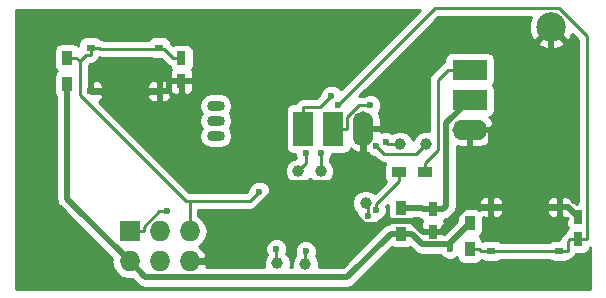
<source format=gbl>
G04 #@! TF.FileFunction,Copper,L2,Bot,Signal*
%FSLAX46Y46*%
G04 Gerber Fmt 4.6, Leading zero omitted, Abs format (unit mm)*
G04 Created by KiCad (PCBNEW 0.201507042246+5884~23~ubuntu14.04.1-product) date Wed 08 Jul 2015 10:22:00 AM CEST*
%MOMM*%
G01*
G04 APERTURE LIST*
%ADD10C,0.100000*%
%ADD11R,1.200000X0.900000*%
%ADD12R,0.900000X1.200000*%
%ADD13O,3.000000X1.727200*%
%ADD14R,3.000000X1.727200*%
%ADD15C,1.000000*%
%ADD16R,0.750000X1.200000*%
%ADD17R,1.727200X1.727200*%
%ADD18O,1.727200X1.727200*%
%ADD19O,1.727200X3.000000*%
%ADD20R,1.727200X3.000000*%
%ADD21R,0.800000X0.600000*%
%ADD22O,1.501140X0.899160*%
%ADD23C,2.499360*%
%ADD24C,0.600000*%
%ADD25C,0.500000*%
%ADD26C,0.250000*%
%ADD27C,0.254000*%
G04 APERTURE END LIST*
D10*
D11*
X140300000Y-134400000D03*
X138100000Y-134400000D03*
D12*
X138300000Y-137400000D03*
X138300000Y-139600000D03*
X110000000Y-126900000D03*
X110000000Y-124700000D03*
D13*
X144100000Y-130800000D03*
D14*
X144100000Y-128260000D03*
X144100000Y-125720000D03*
D15*
X138200000Y-132000000D03*
X140400000Y-132000000D03*
X130200000Y-142200000D03*
X127800000Y-142100000D03*
D16*
X153300000Y-138150000D03*
X153300000Y-140050000D03*
X141000000Y-137550000D03*
X141000000Y-139450000D03*
X119700000Y-124750000D03*
X119700000Y-126650000D03*
D12*
X144100000Y-138700000D03*
X144100000Y-140900000D03*
D15*
X135300000Y-137000000D03*
X131500000Y-134300000D03*
X129600000Y-134300000D03*
D17*
X115300000Y-139400000D03*
D18*
X115300000Y-141940000D03*
X117840000Y-139400000D03*
X117840000Y-141940000D03*
X120380000Y-139400000D03*
X120380000Y-141940000D03*
D19*
X135100000Y-130700000D03*
D20*
X132560000Y-130700000D03*
X130020000Y-130700000D03*
D21*
X151700000Y-137350000D03*
X145900000Y-137350000D03*
X151700000Y-141050000D03*
X145900000Y-141050000D03*
X117800000Y-123850000D03*
X112000000Y-123850000D03*
X117800000Y-127550000D03*
X112000000Y-127550000D03*
D22*
X122600000Y-130030000D03*
X122600000Y-128760000D03*
X122600000Y-131300000D03*
D23*
X151000000Y-122100000D03*
D24*
X128211700Y-131625300D03*
X142417200Y-140877300D03*
X126292900Y-136034100D03*
X132395900Y-127909100D03*
X135692200Y-128711100D03*
X136977300Y-131871600D03*
X136176400Y-132189400D03*
X131525000Y-132728600D03*
X130255000Y-132749600D03*
X127738500Y-140899300D03*
X130211300Y-141093700D03*
X136158500Y-137584300D03*
X135513700Y-138122000D03*
X118483500Y-137706100D03*
X132953500Y-128669800D03*
D25*
X118650300Y-126874400D02*
X118874700Y-126650000D01*
X118650300Y-127550000D02*
X118650300Y-126874400D01*
X119700000Y-126650000D02*
X118874700Y-126650000D01*
X144100000Y-130800000D02*
X145900000Y-130800000D01*
X152550300Y-137400300D02*
X153300000Y-138150000D01*
X152550300Y-137350000D02*
X152550300Y-137400300D01*
X151700000Y-137350000D02*
X152550300Y-137350000D01*
X141000000Y-139450000D02*
X141825300Y-139450000D01*
X145900000Y-137350000D02*
X145900000Y-130800000D01*
X117800000Y-127550000D02*
X118650300Y-127550000D01*
X143719000Y-137350000D02*
X145900000Y-137350000D01*
X141825300Y-139243700D02*
X143719000Y-137350000D01*
X141825300Y-139450000D02*
X141825300Y-139243700D01*
X145900000Y-137350000D02*
X151700000Y-137350000D01*
X112000000Y-127550000D02*
X117800000Y-127550000D01*
X135100000Y-130700000D02*
X135100000Y-132650300D01*
X151000000Y-125700000D02*
X145900000Y-130800000D01*
X151000000Y-122100000D02*
X151000000Y-125700000D01*
X141000000Y-139450000D02*
X140174700Y-139450000D01*
X123236400Y-126650000D02*
X119700000Y-126650000D01*
X128211700Y-131625300D02*
X123236400Y-126650000D01*
X132475300Y-136254200D02*
X132475300Y-135275000D01*
X135120700Y-138899600D02*
X132475300Y-136254200D01*
X136405300Y-138899600D02*
X135120700Y-138899600D01*
X136779500Y-138525400D02*
X136405300Y-138899600D01*
X139250100Y-138525400D02*
X136779500Y-138525400D01*
X140174700Y-139450000D02*
X139250100Y-138525400D01*
X132475300Y-135275000D02*
X135100000Y-132650300D01*
X120380000Y-141940000D02*
X121693900Y-141940000D01*
X121693900Y-141888900D02*
X128307800Y-135275000D01*
X121693900Y-141940000D02*
X121693900Y-141888900D01*
X132475300Y-135275000D02*
X128307800Y-135275000D01*
X128211700Y-135178900D02*
X128211700Y-131625300D01*
X128307800Y-135275000D02*
X128211700Y-135178900D01*
X138300000Y-139600000D02*
X139200300Y-139600000D01*
X142417200Y-140500300D02*
X142417200Y-140877300D01*
X142417200Y-140382800D02*
X142417200Y-140500300D01*
X144100000Y-138700000D02*
X142417200Y-140382800D01*
X140100600Y-140500300D02*
X139200300Y-139600000D01*
X142417200Y-140500300D02*
X140100600Y-140500300D01*
X116641000Y-143281000D02*
X115300000Y-141940000D01*
X133718700Y-143281000D02*
X116641000Y-143281000D01*
X137399700Y-139600000D02*
X133718700Y-143281000D01*
X110000000Y-136640000D02*
X110000000Y-126900000D01*
X115300000Y-141940000D02*
X110000000Y-136640000D01*
X138300000Y-139600000D02*
X137399700Y-139600000D01*
D26*
X110000000Y-124700000D02*
X110662500Y-124700000D01*
X120380000Y-139400000D02*
X120380000Y-138212100D01*
X112000000Y-123850000D02*
X112000000Y-124474300D01*
X117800000Y-123850000D02*
X117800000Y-123928000D01*
X112000000Y-123850000D02*
X112724300Y-123850000D01*
X111638000Y-124474300D02*
X111093300Y-125019000D01*
X112000000Y-124474300D02*
X111638000Y-124474300D01*
X110774300Y-124700000D02*
X111093300Y-125019000D01*
X110662500Y-124700000D02*
X110774300Y-124700000D01*
X112802300Y-123928000D02*
X117800000Y-123928000D01*
X112724300Y-123850000D02*
X112802300Y-123928000D01*
X118178700Y-123928000D02*
X119000700Y-124750000D01*
X117800000Y-123928000D02*
X118178700Y-123928000D01*
X119700000Y-124750000D02*
X119000700Y-124750000D01*
X120380000Y-136826200D02*
X120380000Y-138212100D01*
X120052300Y-136826200D02*
X120380000Y-136826200D01*
X111093300Y-127867200D02*
X120052300Y-136826200D01*
X111093300Y-125019000D02*
X111093300Y-127867200D01*
X125500800Y-136826200D02*
X126292900Y-136034100D01*
X120380000Y-136826200D02*
X125500800Y-136826200D01*
X131429300Y-128875700D02*
X132395900Y-127909100D01*
X130020000Y-128875700D02*
X131429300Y-128875700D01*
X130020000Y-130700000D02*
X130020000Y-128875700D01*
X134763300Y-128711100D02*
X135692200Y-128711100D01*
X133747900Y-129726500D02*
X134763300Y-128711100D01*
X133747900Y-130700000D02*
X133747900Y-129726500D01*
X132560000Y-130700000D02*
X133747900Y-130700000D01*
X137105700Y-132000000D02*
X136977300Y-131871600D01*
X138200000Y-132000000D02*
X137105700Y-132000000D01*
X139547600Y-132852400D02*
X140400000Y-132000000D01*
X136839400Y-132852400D02*
X139547600Y-132852400D01*
X136176400Y-132189400D02*
X136839400Y-132852400D01*
X131500000Y-132753600D02*
X131525000Y-132728600D01*
X131500000Y-134300000D02*
X131500000Y-132753600D01*
X130255000Y-133645000D02*
X130255000Y-132749600D01*
X129600000Y-134300000D02*
X130255000Y-133645000D01*
X127738500Y-142038500D02*
X127738500Y-140899300D01*
X127800000Y-142100000D02*
X127738500Y-142038500D01*
X130200000Y-141105000D02*
X130211300Y-141093700D01*
X130200000Y-142200000D02*
X130200000Y-141105000D01*
X138100000Y-134400000D02*
X138100000Y-135174300D01*
X136158500Y-137115800D02*
X136158500Y-137584300D01*
X138100000Y-135174300D02*
X136158500Y-137115800D01*
X135513700Y-137213700D02*
X135513700Y-138122000D01*
X135300000Y-137000000D02*
X135513700Y-137213700D01*
X115300000Y-139400000D02*
X116487900Y-139400000D01*
X117810600Y-137706100D02*
X118483500Y-137706100D01*
X116487900Y-139028800D02*
X117810600Y-137706100D01*
X116487900Y-139400000D02*
X116487900Y-139028800D01*
D25*
X142129500Y-137245800D02*
X141825300Y-137550000D01*
X142129500Y-130230500D02*
X142129500Y-137245800D01*
X144100000Y-128260000D02*
X142129500Y-130230500D01*
X141000000Y-137550000D02*
X141825300Y-137550000D01*
X140024700Y-137400000D02*
X140174700Y-137550000D01*
X138300000Y-137400000D02*
X140024700Y-137400000D01*
X141000000Y-137550000D02*
X140174700Y-137550000D01*
D26*
X141390400Y-132535300D02*
X140300000Y-133625700D01*
X141390400Y-126605300D02*
X141390400Y-132535300D01*
X142275700Y-125720000D02*
X141390400Y-126605300D01*
X144100000Y-125720000D02*
X142275700Y-125720000D01*
X140300000Y-134400000D02*
X140300000Y-133625700D01*
X144100000Y-140900000D02*
X144874300Y-140900000D01*
X141131400Y-120491900D02*
X132953500Y-128669800D01*
X151637400Y-120491900D02*
X141131400Y-120491900D01*
X154000400Y-122854900D02*
X151637400Y-120491900D01*
X154000400Y-140048900D02*
X154000400Y-122854900D01*
X153999300Y-140050000D02*
X154000400Y-140048900D01*
X153300000Y-140050000D02*
X153999300Y-140050000D01*
X145024300Y-141050000D02*
X145900000Y-141050000D01*
X144874300Y-140900000D02*
X145024300Y-141050000D01*
X145900000Y-141050000D02*
X151700000Y-141050000D01*
X152424300Y-140226400D02*
X152600700Y-140050000D01*
X152424300Y-141050000D02*
X152424300Y-140226400D01*
X151700000Y-141050000D02*
X152424300Y-141050000D01*
X153300000Y-140050000D02*
X152600700Y-140050000D01*
D27*
G36*
X133178688Y-127369810D02*
X132926227Y-127116908D01*
X132582699Y-126974262D01*
X132210733Y-126973938D01*
X131866957Y-127115983D01*
X131603708Y-127378773D01*
X131461062Y-127722301D01*
X131461021Y-127769177D01*
X131114498Y-128115700D01*
X130020000Y-128115700D01*
X129729161Y-128173552D01*
X129482599Y-128338299D01*
X129339435Y-128552560D01*
X129156400Y-128552560D01*
X128914277Y-128599537D01*
X128701473Y-128739327D01*
X128559023Y-128950360D01*
X128508960Y-129200000D01*
X128508960Y-132200000D01*
X128555937Y-132442123D01*
X128695727Y-132654927D01*
X128906760Y-132797377D01*
X129156400Y-132847440D01*
X129319914Y-132847440D01*
X129319838Y-132934767D01*
X129414901Y-133164838D01*
X129375225Y-133164803D01*
X128957914Y-133337233D01*
X128638355Y-133656235D01*
X128465197Y-134073244D01*
X128464803Y-134524775D01*
X128637233Y-134942086D01*
X128956235Y-135261645D01*
X129373244Y-135434803D01*
X129824775Y-135435197D01*
X130242086Y-135262767D01*
X130550257Y-134955133D01*
X130856235Y-135261645D01*
X131273244Y-135434803D01*
X131724775Y-135435197D01*
X132142086Y-135262767D01*
X132461645Y-134943765D01*
X132634803Y-134526756D01*
X132635197Y-134075225D01*
X132462767Y-133657914D01*
X132260000Y-133454793D01*
X132260000Y-133316019D01*
X132317192Y-133258927D01*
X132459838Y-132915399D01*
X132459897Y-132847440D01*
X133423600Y-132847440D01*
X133665723Y-132800463D01*
X133878527Y-132660673D01*
X134020977Y-132449640D01*
X134037089Y-132369295D01*
X134130132Y-132485873D01*
X134643843Y-132769527D01*
X134740974Y-132791358D01*
X134973000Y-132670217D01*
X134973000Y-130827000D01*
X134953000Y-130827000D01*
X134953000Y-130573000D01*
X134973000Y-130573000D01*
X134973000Y-130553000D01*
X135227000Y-130553000D01*
X135227000Y-130573000D01*
X136598600Y-130573000D01*
X136598600Y-129936600D01*
X136435925Y-129372778D01*
X136399070Y-129326600D01*
X136484392Y-129241427D01*
X136627038Y-128897899D01*
X136627362Y-128525933D01*
X136485317Y-128182157D01*
X136222527Y-127918908D01*
X135878999Y-127776262D01*
X135507033Y-127775938D01*
X135163257Y-127917983D01*
X135130082Y-127951100D01*
X134763300Y-127951100D01*
X134742955Y-127955147D01*
X139265013Y-123433089D01*
X149846517Y-123433089D01*
X149975725Y-123725859D01*
X150675883Y-123994071D01*
X151425384Y-123973928D01*
X152024275Y-123725859D01*
X152153483Y-123433089D01*
X151000000Y-122279605D01*
X149846517Y-123433089D01*
X139265013Y-123433089D01*
X141446202Y-121251900D01*
X149306653Y-121251900D01*
X149105929Y-121775883D01*
X149126072Y-122525384D01*
X149374141Y-123124275D01*
X149666911Y-123253483D01*
X150820395Y-122100000D01*
X150806252Y-122085858D01*
X150985858Y-121906252D01*
X151000000Y-121920395D01*
X151014142Y-121906252D01*
X151193748Y-122085858D01*
X151179605Y-122100000D01*
X152333089Y-123253483D01*
X152625859Y-123124275D01*
X152783488Y-122712790D01*
X153240400Y-123169702D01*
X153240400Y-136915000D01*
X153172998Y-136915000D01*
X153172998Y-137073748D01*
X153014250Y-136915000D01*
X152798690Y-136915000D01*
X152735000Y-136941381D01*
X152735000Y-136923690D01*
X152638327Y-136690301D01*
X152459698Y-136511673D01*
X152226309Y-136415000D01*
X151985750Y-136415000D01*
X151827000Y-136573750D01*
X151827000Y-137223000D01*
X151847000Y-137223000D01*
X151847000Y-137477000D01*
X151827000Y-137477000D01*
X151827000Y-138126250D01*
X151985750Y-138285000D01*
X152226309Y-138285000D01*
X152290000Y-138258618D01*
X152290000Y-138277002D01*
X152448748Y-138277002D01*
X152290000Y-138435750D01*
X152290000Y-138876309D01*
X152386673Y-139109698D01*
X152387955Y-139110980D01*
X152327623Y-139200360D01*
X152296217Y-139356968D01*
X152063299Y-139512599D01*
X151886899Y-139688999D01*
X151722152Y-139935561D01*
X151688934Y-140102560D01*
X151300000Y-140102560D01*
X151057877Y-140149537D01*
X150845073Y-140289327D01*
X150844619Y-140290000D01*
X146753158Y-140290000D01*
X146549640Y-140152623D01*
X146300000Y-140102560D01*
X145500000Y-140102560D01*
X145257877Y-140149537D01*
X145178379Y-140201759D01*
X145150463Y-140057877D01*
X145010673Y-139845073D01*
X144944471Y-139800386D01*
X145004927Y-139760673D01*
X145147377Y-139549640D01*
X145197440Y-139300000D01*
X145197440Y-138211994D01*
X145373691Y-138285000D01*
X145614250Y-138285000D01*
X145773000Y-138126250D01*
X145773000Y-137477000D01*
X146027000Y-137477000D01*
X146027000Y-138126250D01*
X146185750Y-138285000D01*
X146426309Y-138285000D01*
X146659698Y-138188327D01*
X146838327Y-138009699D01*
X146935000Y-137776310D01*
X146935000Y-137635750D01*
X146776250Y-137477000D01*
X150823750Y-137477000D01*
X150665000Y-137635750D01*
X150665000Y-137776310D01*
X150761673Y-138009699D01*
X150940302Y-138188327D01*
X151173691Y-138285000D01*
X151414250Y-138285000D01*
X151573000Y-138126250D01*
X151573000Y-137477000D01*
X150823750Y-137477000D01*
X146776250Y-137477000D01*
X146776250Y-137477000D01*
X146027000Y-137477000D01*
X145773000Y-137477000D01*
X145773000Y-137477000D01*
X145023750Y-137477000D01*
X144918139Y-137582611D01*
X144799640Y-137502623D01*
X144550000Y-137452560D01*
X143650000Y-137452560D01*
X143407877Y-137499537D01*
X143195073Y-137639327D01*
X143052623Y-137850360D01*
X143002560Y-138100000D01*
X143002560Y-138545861D01*
X141933120Y-139615300D01*
X141889550Y-139615300D01*
X141851250Y-139577000D01*
X141127000Y-139577000D01*
X141127000Y-139597000D01*
X140873000Y-139597000D01*
X140873000Y-139577000D01*
X140853000Y-139577000D01*
X140853000Y-139323000D01*
X140873000Y-139323000D01*
X140873000Y-139303000D01*
X141127000Y-139303000D01*
X141127000Y-139323000D01*
X141851250Y-139323000D01*
X142010000Y-139164250D01*
X142010000Y-138723691D01*
X141913327Y-138490302D01*
X141912045Y-138489020D01*
X141967617Y-138406692D01*
X142119438Y-138376492D01*
X142163975Y-138367633D01*
X142451090Y-138175790D01*
X142451091Y-138175789D01*
X142755287Y-137871592D01*
X142755290Y-137871590D01*
X142947133Y-137584475D01*
X142963033Y-137504539D01*
X143014501Y-137245800D01*
X143014500Y-137245795D01*
X143014500Y-136415000D01*
X145373691Y-136415000D01*
X145140302Y-136511673D01*
X144961673Y-136690301D01*
X144865000Y-136923690D01*
X144865000Y-137064250D01*
X145023750Y-137223000D01*
X145773000Y-137223000D01*
X145773000Y-136573750D01*
X145614250Y-136415000D01*
X146185750Y-136415000D01*
X146027000Y-136573750D01*
X146027000Y-137223000D01*
X146776250Y-137223000D01*
X146935000Y-137064250D01*
X146935000Y-136923690D01*
X146838327Y-136690301D01*
X146659698Y-136511673D01*
X146426309Y-136415000D01*
X151173691Y-136415000D01*
X150940302Y-136511673D01*
X150761673Y-136690301D01*
X150665000Y-136923690D01*
X150665000Y-137064250D01*
X150823750Y-137223000D01*
X151573000Y-137223000D01*
X151573000Y-136573750D01*
X151414250Y-136415000D01*
X151173691Y-136415000D01*
X146426309Y-136415000D01*
X146426309Y-136415000D01*
X146185750Y-136415000D01*
X145614250Y-136415000D01*
X145614250Y-136415000D01*
X145373691Y-136415000D01*
X143014500Y-136415000D01*
X143014500Y-132205667D01*
X143336600Y-132298600D01*
X143973000Y-132298600D01*
X143973000Y-130927000D01*
X144227000Y-130927000D01*
X144227000Y-132298600D01*
X144863400Y-132298600D01*
X145427222Y-132135925D01*
X145885873Y-131769868D01*
X146169527Y-131256157D01*
X146191358Y-131159026D01*
X146070217Y-130927000D01*
X144227000Y-130927000D01*
X143973000Y-130927000D01*
X143973000Y-130927000D01*
X143953000Y-130927000D01*
X143953000Y-130673000D01*
X143973000Y-130673000D01*
X143973000Y-130653000D01*
X144227000Y-130653000D01*
X144227000Y-130673000D01*
X146070217Y-130673000D01*
X146191358Y-130440974D01*
X146169527Y-130343843D01*
X145885873Y-129830132D01*
X145770408Y-129737977D01*
X145842123Y-129724063D01*
X146054927Y-129584273D01*
X146197377Y-129373240D01*
X146247440Y-129123600D01*
X146247440Y-127396400D01*
X146200463Y-127154277D01*
X146092063Y-126989258D01*
X146197377Y-126833240D01*
X146247440Y-126583600D01*
X146247440Y-124856400D01*
X146200463Y-124614277D01*
X146060673Y-124401473D01*
X145849640Y-124259023D01*
X145600000Y-124208960D01*
X142600000Y-124208960D01*
X142357877Y-124255937D01*
X142145073Y-124395727D01*
X142002623Y-124606760D01*
X141952560Y-124856400D01*
X141952560Y-125039434D01*
X141738299Y-125182599D01*
X140852999Y-126067899D01*
X140688252Y-126314461D01*
X140630400Y-126605300D01*
X140630400Y-130866710D01*
X140626756Y-130865197D01*
X140175225Y-130864803D01*
X139757914Y-131037233D01*
X139438355Y-131356235D01*
X139299873Y-131689735D01*
X139162767Y-131357914D01*
X138843765Y-131038355D01*
X138426756Y-130865197D01*
X137975225Y-130864803D01*
X137557914Y-131037233D01*
X137511639Y-131083427D01*
X137507627Y-131079408D01*
X137164099Y-130936762D01*
X136792133Y-130936438D01*
X136598600Y-131016404D01*
X136598600Y-130827000D01*
X135227000Y-130827000D01*
X135227000Y-132670217D01*
X135453063Y-132788245D01*
X135646073Y-132981592D01*
X135989601Y-133124238D01*
X136036477Y-133124279D01*
X136301999Y-133389801D01*
X136548561Y-133554548D01*
X136839400Y-133612400D01*
X136961997Y-133612400D01*
X136902623Y-133700360D01*
X136852560Y-133950000D01*
X136852560Y-134850000D01*
X136899537Y-135092123D01*
X136981937Y-135217561D01*
X136052359Y-136147139D01*
X135943765Y-136038355D01*
X135526756Y-135865197D01*
X135075225Y-135864803D01*
X134657914Y-136037233D01*
X134338355Y-136356235D01*
X134165197Y-136773244D01*
X134164803Y-137224775D01*
X134337233Y-137642086D01*
X134593837Y-137899138D01*
X134578862Y-137935201D01*
X134578538Y-138307167D01*
X134720583Y-138650943D01*
X134983373Y-138914192D01*
X135326901Y-139056838D01*
X135698867Y-139057162D01*
X136042643Y-138915117D01*
X136305892Y-138652327D01*
X136364665Y-138510786D01*
X136687443Y-138377417D01*
X136950692Y-138114627D01*
X137093338Y-137771099D01*
X137093662Y-137399133D01*
X137051649Y-137297453D01*
X137202560Y-137146542D01*
X137202560Y-138000000D01*
X137249537Y-138242123D01*
X137389327Y-138454927D01*
X137455529Y-138499614D01*
X137395073Y-138539327D01*
X137257383Y-138743308D01*
X137061025Y-138782367D01*
X136773910Y-138974210D01*
X136773908Y-138974213D01*
X133352120Y-142396000D01*
X131334830Y-142396000D01*
X131335197Y-141975225D01*
X131162767Y-141557914D01*
X131069670Y-141464654D01*
X131146138Y-141280499D01*
X131146462Y-140908533D01*
X131004417Y-140564757D01*
X130741627Y-140301508D01*
X130398099Y-140158862D01*
X130026133Y-140158538D01*
X129682357Y-140300583D01*
X129419108Y-140563373D01*
X129276462Y-140906901D01*
X129276138Y-141278867D01*
X129346243Y-141448535D01*
X129238355Y-141556235D01*
X129065197Y-141973244D01*
X129064828Y-142396000D01*
X128906050Y-142396000D01*
X128934803Y-142326756D01*
X128935197Y-141875225D01*
X128762767Y-141457914D01*
X128590573Y-141285419D01*
X128673338Y-141086099D01*
X128673662Y-140714133D01*
X128531617Y-140370357D01*
X128268827Y-140107108D01*
X127925299Y-139964462D01*
X127553333Y-139964138D01*
X127209557Y-140106183D01*
X126946308Y-140368973D01*
X126803662Y-140712501D01*
X126803338Y-141084467D01*
X126922317Y-141372419D01*
X126838355Y-141456235D01*
X126665197Y-141873244D01*
X126664803Y-142324775D01*
X126694233Y-142396000D01*
X121794792Y-142396000D01*
X121834958Y-142299026D01*
X121713817Y-142067000D01*
X120507000Y-142067000D01*
X120507000Y-142087000D01*
X120253000Y-142087000D01*
X120253000Y-142067000D01*
X120233000Y-142067000D01*
X120233000Y-141813000D01*
X120253000Y-141813000D01*
X120253000Y-141793000D01*
X120507000Y-141793000D01*
X120507000Y-141813000D01*
X121713817Y-141813000D01*
X121834958Y-141580974D01*
X121662688Y-141165053D01*
X121268490Y-140733179D01*
X121145772Y-140675664D01*
X121469029Y-140459670D01*
X121793885Y-139973489D01*
X121907959Y-139400000D01*
X121793885Y-138826511D01*
X121469029Y-138340330D01*
X121140000Y-138120480D01*
X121140000Y-137586200D01*
X125500800Y-137586200D01*
X125791639Y-137528348D01*
X126038201Y-137363601D01*
X126432580Y-136969222D01*
X126478067Y-136969262D01*
X126821843Y-136827217D01*
X127085092Y-136564427D01*
X127227738Y-136220899D01*
X127228062Y-135848933D01*
X127086017Y-135505157D01*
X126823227Y-135241908D01*
X126479699Y-135099262D01*
X126107733Y-135098938D01*
X125763957Y-135240983D01*
X125500708Y-135503773D01*
X125358062Y-135847301D01*
X125358021Y-135894177D01*
X125185998Y-136066200D01*
X120367102Y-136066200D01*
X113060902Y-128760000D01*
X121187285Y-128760000D01*
X121269844Y-129175051D01*
X121416809Y-129395000D01*
X121269844Y-129614949D01*
X121187285Y-130030000D01*
X121269844Y-130445051D01*
X121416809Y-130665000D01*
X121269844Y-130884949D01*
X121187285Y-131300000D01*
X121269844Y-131715051D01*
X121504951Y-132066914D01*
X121856814Y-132302021D01*
X122271865Y-132384580D01*
X122928135Y-132384580D01*
X123343186Y-132302021D01*
X123695049Y-132066914D01*
X123930156Y-131715051D01*
X124012715Y-131300000D01*
X123930156Y-130884949D01*
X123783191Y-130665000D01*
X123930156Y-130445051D01*
X124012715Y-130030000D01*
X123930156Y-129614949D01*
X123783191Y-129395000D01*
X123930156Y-129175051D01*
X124012715Y-128760000D01*
X123930156Y-128344949D01*
X123695049Y-127993086D01*
X123343186Y-127757979D01*
X122928135Y-127675420D01*
X122271865Y-127675420D01*
X120547605Y-127675420D01*
X120613327Y-127609698D01*
X120710000Y-127376309D01*
X120710000Y-126935750D01*
X120551250Y-126777000D01*
X119827000Y-126777000D01*
X119827000Y-127726250D01*
X119985750Y-127885000D01*
X120201310Y-127885000D01*
X120434699Y-127788327D01*
X120547605Y-127675420D01*
X122271865Y-127675420D01*
X120547605Y-127675420D01*
X120547605Y-127675420D01*
X122271865Y-127675420D01*
X121856814Y-127757979D01*
X121504951Y-127993086D01*
X118828051Y-127993086D01*
X118835000Y-127976310D01*
X118835000Y-127835750D01*
X118676252Y-127677002D01*
X118835000Y-127677002D01*
X118835000Y-127658025D01*
X118965301Y-127788327D01*
X119198690Y-127885000D01*
X119414250Y-127885000D01*
X119573000Y-127726250D01*
X119573000Y-126777000D01*
X118848750Y-126777000D01*
X118736888Y-126888862D01*
X118559698Y-126711673D01*
X118326309Y-126615000D01*
X118085750Y-126615000D01*
X117927000Y-126773750D01*
X117927000Y-127423000D01*
X117947000Y-127423000D01*
X117947000Y-127677000D01*
X117927000Y-127677000D01*
X117927000Y-128326250D01*
X118085750Y-128485000D01*
X118326309Y-128485000D01*
X118559698Y-128388327D01*
X118738327Y-128209699D01*
X118828051Y-127993086D01*
X121504951Y-127993086D01*
X118828051Y-127993086D01*
X118828051Y-127993086D01*
X121504951Y-127993086D01*
X121269844Y-128344949D01*
X121187285Y-128760000D01*
X113060902Y-128760000D01*
X112709869Y-128408967D01*
X112759698Y-128388327D01*
X112938327Y-128209699D01*
X113035000Y-127976310D01*
X113035000Y-127835750D01*
X112876250Y-127677000D01*
X116923750Y-127677000D01*
X116765000Y-127835750D01*
X116765000Y-127976310D01*
X116861673Y-128209699D01*
X117040302Y-128388327D01*
X117273691Y-128485000D01*
X117514250Y-128485000D01*
X117673000Y-128326250D01*
X117673000Y-127677000D01*
X116923750Y-127677000D01*
X112876250Y-127677000D01*
X112876250Y-127677000D01*
X112127000Y-127677000D01*
X112127000Y-127697000D01*
X111997902Y-127697000D01*
X111853300Y-127552398D01*
X111853300Y-127423000D01*
X111873000Y-127423000D01*
X111873000Y-126773750D01*
X111853300Y-126754050D01*
X111853300Y-126615000D01*
X112285750Y-126615000D01*
X112127000Y-126773750D01*
X112127000Y-127423000D01*
X112876250Y-127423000D01*
X113035000Y-127264250D01*
X113035000Y-127123690D01*
X112938327Y-126890301D01*
X112759698Y-126711673D01*
X112526309Y-126615000D01*
X117273691Y-126615000D01*
X117040302Y-126711673D01*
X116861673Y-126890301D01*
X116765000Y-127123690D01*
X116765000Y-127264250D01*
X116923750Y-127423000D01*
X117673000Y-127423000D01*
X117673000Y-126773750D01*
X117514250Y-126615000D01*
X117273691Y-126615000D01*
X112526309Y-126615000D01*
X112526309Y-126615000D01*
X112285750Y-126615000D01*
X111853300Y-126615000D01*
X111853300Y-125333802D01*
X111952802Y-125234300D01*
X112000000Y-125234300D01*
X112290839Y-125176448D01*
X112537401Y-125011701D01*
X112702148Y-124765139D01*
X112714528Y-124702900D01*
X112752340Y-124678062D01*
X112802300Y-124688000D01*
X117062396Y-124688000D01*
X117150360Y-124747377D01*
X117400000Y-124797440D01*
X117973338Y-124797440D01*
X118463299Y-125287401D01*
X118695520Y-125442565D01*
X118724537Y-125592123D01*
X118788096Y-125688879D01*
X118786673Y-125690302D01*
X118690000Y-125923691D01*
X118690000Y-126364250D01*
X118848750Y-126523000D01*
X119573000Y-126523000D01*
X119573000Y-126503000D01*
X119827000Y-126503000D01*
X119827000Y-126523000D01*
X120551250Y-126523000D01*
X120710000Y-126364250D01*
X120710000Y-125923691D01*
X120613327Y-125690302D01*
X120612045Y-125689020D01*
X120672377Y-125599640D01*
X120722440Y-125350000D01*
X120722440Y-124150000D01*
X120675463Y-123907877D01*
X120535673Y-123695073D01*
X120324640Y-123552623D01*
X120075000Y-123502560D01*
X119325000Y-123502560D01*
X119082877Y-123549537D01*
X118957439Y-123631937D01*
X118840685Y-123515183D01*
X118800463Y-123307877D01*
X118660673Y-123095073D01*
X118449640Y-122952623D01*
X118200000Y-122902560D01*
X117400000Y-122902560D01*
X117157877Y-122949537D01*
X116945073Y-123089327D01*
X116891968Y-123168000D01*
X113045293Y-123168000D01*
X113015139Y-123147852D01*
X112877337Y-123120441D01*
X112860673Y-123095073D01*
X112649640Y-122952623D01*
X112400000Y-122902560D01*
X111600000Y-122902560D01*
X111357877Y-122949537D01*
X111145073Y-123089327D01*
X111002623Y-123300360D01*
X110952560Y-123550000D01*
X110952560Y-123708838D01*
X110910673Y-123645073D01*
X110699640Y-123502623D01*
X110450000Y-123452560D01*
X109550000Y-123452560D01*
X109307877Y-123499537D01*
X109095073Y-123639327D01*
X108952623Y-123850360D01*
X108902560Y-124100000D01*
X108902560Y-125300000D01*
X108949537Y-125542123D01*
X109089327Y-125754927D01*
X109155529Y-125799614D01*
X109095073Y-125839327D01*
X108952623Y-126050360D01*
X108902560Y-126300000D01*
X108902560Y-127500000D01*
X108949537Y-127742123D01*
X109089327Y-127954927D01*
X109115000Y-127972257D01*
X109115000Y-136639995D01*
X109114999Y-136640000D01*
X109152056Y-136826292D01*
X109182367Y-136978675D01*
X109360853Y-137245800D01*
X109374210Y-137265790D01*
X113817895Y-141709475D01*
X113772041Y-141940000D01*
X113886115Y-142513489D01*
X114210971Y-142999670D01*
X114697152Y-143324526D01*
X115270641Y-143438600D01*
X115329359Y-143438600D01*
X115510908Y-143402488D01*
X116015208Y-143906787D01*
X116015210Y-143906790D01*
X116302325Y-144098633D01*
X116641000Y-144166000D01*
X133718695Y-144166000D01*
X133718700Y-144166001D01*
X134001184Y-144109810D01*
X134057375Y-144098633D01*
X134344490Y-143906790D01*
X134344491Y-143906789D01*
X137512923Y-140738356D01*
X137600360Y-140797377D01*
X137850000Y-140847440D01*
X138750000Y-140847440D01*
X138992123Y-140800463D01*
X139086915Y-140738195D01*
X139474808Y-141126087D01*
X139474810Y-141126090D01*
X139761925Y-141317933D01*
X140100600Y-141385300D01*
X141615430Y-141385300D01*
X141624083Y-141406243D01*
X141886873Y-141669492D01*
X142230401Y-141812138D01*
X142602367Y-141812462D01*
X142946143Y-141670417D01*
X143021106Y-141595585D01*
X143049537Y-141742123D01*
X143189327Y-141954927D01*
X143400360Y-142097377D01*
X143650000Y-142147440D01*
X144550000Y-142147440D01*
X144792123Y-142100463D01*
X145004927Y-141960673D01*
X145087918Y-141837726D01*
X145250360Y-141947377D01*
X145500000Y-141997440D01*
X146300000Y-141997440D01*
X146542123Y-141950463D01*
X146754927Y-141810673D01*
X146755381Y-141810000D01*
X150846842Y-141810000D01*
X151050360Y-141947377D01*
X151300000Y-141997440D01*
X152100000Y-141997440D01*
X152342123Y-141950463D01*
X152554927Y-141810673D01*
X152575711Y-141779882D01*
X152715139Y-141752148D01*
X152961701Y-141587401D01*
X153126448Y-141340839D01*
X153135081Y-141297440D01*
X153675000Y-141297440D01*
X153917123Y-141250463D01*
X154129927Y-141110673D01*
X154272377Y-140899640D01*
X154303783Y-140743031D01*
X154315000Y-140735536D01*
X154315000Y-144315000D01*
X105685000Y-144315000D01*
X105685000Y-120685000D01*
X139863498Y-120685000D01*
X133178688Y-127369810D01*
X133178688Y-127369810D01*
G37*
X133178688Y-127369810D02*
X132926227Y-127116908D01*
X132582699Y-126974262D01*
X132210733Y-126973938D01*
X131866957Y-127115983D01*
X131603708Y-127378773D01*
X131461062Y-127722301D01*
X131461021Y-127769177D01*
X131114498Y-128115700D01*
X130020000Y-128115700D01*
X129729161Y-128173552D01*
X129482599Y-128338299D01*
X129339435Y-128552560D01*
X129156400Y-128552560D01*
X128914277Y-128599537D01*
X128701473Y-128739327D01*
X128559023Y-128950360D01*
X128508960Y-129200000D01*
X128508960Y-132200000D01*
X128555937Y-132442123D01*
X128695727Y-132654927D01*
X128906760Y-132797377D01*
X129156400Y-132847440D01*
X129319914Y-132847440D01*
X129319838Y-132934767D01*
X129414901Y-133164838D01*
X129375225Y-133164803D01*
X128957914Y-133337233D01*
X128638355Y-133656235D01*
X128465197Y-134073244D01*
X128464803Y-134524775D01*
X128637233Y-134942086D01*
X128956235Y-135261645D01*
X129373244Y-135434803D01*
X129824775Y-135435197D01*
X130242086Y-135262767D01*
X130550257Y-134955133D01*
X130856235Y-135261645D01*
X131273244Y-135434803D01*
X131724775Y-135435197D01*
X132142086Y-135262767D01*
X132461645Y-134943765D01*
X132634803Y-134526756D01*
X132635197Y-134075225D01*
X132462767Y-133657914D01*
X132260000Y-133454793D01*
X132260000Y-133316019D01*
X132317192Y-133258927D01*
X132459838Y-132915399D01*
X132459897Y-132847440D01*
X133423600Y-132847440D01*
X133665723Y-132800463D01*
X133878527Y-132660673D01*
X134020977Y-132449640D01*
X134037089Y-132369295D01*
X134130132Y-132485873D01*
X134643843Y-132769527D01*
X134740974Y-132791358D01*
X134973000Y-132670217D01*
X134973000Y-130827000D01*
X134953000Y-130827000D01*
X134953000Y-130573000D01*
X134973000Y-130573000D01*
X134973000Y-130553000D01*
X135227000Y-130553000D01*
X135227000Y-130573000D01*
X136598600Y-130573000D01*
X136598600Y-129936600D01*
X136435925Y-129372778D01*
X136399070Y-129326600D01*
X136484392Y-129241427D01*
X136627038Y-128897899D01*
X136627362Y-128525933D01*
X136485317Y-128182157D01*
X136222527Y-127918908D01*
X135878999Y-127776262D01*
X135507033Y-127775938D01*
X135163257Y-127917983D01*
X135130082Y-127951100D01*
X134763300Y-127951100D01*
X134742955Y-127955147D01*
X139265013Y-123433089D01*
X149846517Y-123433089D01*
X149975725Y-123725859D01*
X150675883Y-123994071D01*
X151425384Y-123973928D01*
X152024275Y-123725859D01*
X152153483Y-123433089D01*
X151000000Y-122279605D01*
X149846517Y-123433089D01*
X139265013Y-123433089D01*
X141446202Y-121251900D01*
X149306653Y-121251900D01*
X149105929Y-121775883D01*
X149126072Y-122525384D01*
X149374141Y-123124275D01*
X149666911Y-123253483D01*
X150820395Y-122100000D01*
X150806252Y-122085858D01*
X150985858Y-121906252D01*
X151000000Y-121920395D01*
X151014142Y-121906252D01*
X151193748Y-122085858D01*
X151179605Y-122100000D01*
X152333089Y-123253483D01*
X152625859Y-123124275D01*
X152783488Y-122712790D01*
X153240400Y-123169702D01*
X153240400Y-136915000D01*
X153172998Y-136915000D01*
X153172998Y-137073748D01*
X153014250Y-136915000D01*
X152798690Y-136915000D01*
X152735000Y-136941381D01*
X152735000Y-136923690D01*
X152638327Y-136690301D01*
X152459698Y-136511673D01*
X152226309Y-136415000D01*
X151985750Y-136415000D01*
X151827000Y-136573750D01*
X151827000Y-137223000D01*
X151847000Y-137223000D01*
X151847000Y-137477000D01*
X151827000Y-137477000D01*
X151827000Y-138126250D01*
X151985750Y-138285000D01*
X152226309Y-138285000D01*
X152290000Y-138258618D01*
X152290000Y-138277002D01*
X152448748Y-138277002D01*
X152290000Y-138435750D01*
X152290000Y-138876309D01*
X152386673Y-139109698D01*
X152387955Y-139110980D01*
X152327623Y-139200360D01*
X152296217Y-139356968D01*
X152063299Y-139512599D01*
X151886899Y-139688999D01*
X151722152Y-139935561D01*
X151688934Y-140102560D01*
X151300000Y-140102560D01*
X151057877Y-140149537D01*
X150845073Y-140289327D01*
X150844619Y-140290000D01*
X146753158Y-140290000D01*
X146549640Y-140152623D01*
X146300000Y-140102560D01*
X145500000Y-140102560D01*
X145257877Y-140149537D01*
X145178379Y-140201759D01*
X145150463Y-140057877D01*
X145010673Y-139845073D01*
X144944471Y-139800386D01*
X145004927Y-139760673D01*
X145147377Y-139549640D01*
X145197440Y-139300000D01*
X145197440Y-138211994D01*
X145373691Y-138285000D01*
X145614250Y-138285000D01*
X145773000Y-138126250D01*
X145773000Y-137477000D01*
X146027000Y-137477000D01*
X146027000Y-138126250D01*
X146185750Y-138285000D01*
X146426309Y-138285000D01*
X146659698Y-138188327D01*
X146838327Y-138009699D01*
X146935000Y-137776310D01*
X146935000Y-137635750D01*
X146776250Y-137477000D01*
X150823750Y-137477000D01*
X150665000Y-137635750D01*
X150665000Y-137776310D01*
X150761673Y-138009699D01*
X150940302Y-138188327D01*
X151173691Y-138285000D01*
X151414250Y-138285000D01*
X151573000Y-138126250D01*
X151573000Y-137477000D01*
X150823750Y-137477000D01*
X146776250Y-137477000D01*
X146776250Y-137477000D01*
X146027000Y-137477000D01*
X145773000Y-137477000D01*
X145773000Y-137477000D01*
X145023750Y-137477000D01*
X144918139Y-137582611D01*
X144799640Y-137502623D01*
X144550000Y-137452560D01*
X143650000Y-137452560D01*
X143407877Y-137499537D01*
X143195073Y-137639327D01*
X143052623Y-137850360D01*
X143002560Y-138100000D01*
X143002560Y-138545861D01*
X141933120Y-139615300D01*
X141889550Y-139615300D01*
X141851250Y-139577000D01*
X141127000Y-139577000D01*
X141127000Y-139597000D01*
X140873000Y-139597000D01*
X140873000Y-139577000D01*
X140853000Y-139577000D01*
X140853000Y-139323000D01*
X140873000Y-139323000D01*
X140873000Y-139303000D01*
X141127000Y-139303000D01*
X141127000Y-139323000D01*
X141851250Y-139323000D01*
X142010000Y-139164250D01*
X142010000Y-138723691D01*
X141913327Y-138490302D01*
X141912045Y-138489020D01*
X141967617Y-138406692D01*
X142119438Y-138376492D01*
X142163975Y-138367633D01*
X142451090Y-138175790D01*
X142451091Y-138175789D01*
X142755287Y-137871592D01*
X142755290Y-137871590D01*
X142947133Y-137584475D01*
X142963033Y-137504539D01*
X143014501Y-137245800D01*
X143014500Y-137245795D01*
X143014500Y-136415000D01*
X145373691Y-136415000D01*
X145140302Y-136511673D01*
X144961673Y-136690301D01*
X144865000Y-136923690D01*
X144865000Y-137064250D01*
X145023750Y-137223000D01*
X145773000Y-137223000D01*
X145773000Y-136573750D01*
X145614250Y-136415000D01*
X146185750Y-136415000D01*
X146027000Y-136573750D01*
X146027000Y-137223000D01*
X146776250Y-137223000D01*
X146935000Y-137064250D01*
X146935000Y-136923690D01*
X146838327Y-136690301D01*
X146659698Y-136511673D01*
X146426309Y-136415000D01*
X151173691Y-136415000D01*
X150940302Y-136511673D01*
X150761673Y-136690301D01*
X150665000Y-136923690D01*
X150665000Y-137064250D01*
X150823750Y-137223000D01*
X151573000Y-137223000D01*
X151573000Y-136573750D01*
X151414250Y-136415000D01*
X151173691Y-136415000D01*
X146426309Y-136415000D01*
X146426309Y-136415000D01*
X146185750Y-136415000D01*
X145614250Y-136415000D01*
X145614250Y-136415000D01*
X145373691Y-136415000D01*
X143014500Y-136415000D01*
X143014500Y-132205667D01*
X143336600Y-132298600D01*
X143973000Y-132298600D01*
X143973000Y-130927000D01*
X144227000Y-130927000D01*
X144227000Y-132298600D01*
X144863400Y-132298600D01*
X145427222Y-132135925D01*
X145885873Y-131769868D01*
X146169527Y-131256157D01*
X146191358Y-131159026D01*
X146070217Y-130927000D01*
X144227000Y-130927000D01*
X143973000Y-130927000D01*
X143973000Y-130927000D01*
X143953000Y-130927000D01*
X143953000Y-130673000D01*
X143973000Y-130673000D01*
X143973000Y-130653000D01*
X144227000Y-130653000D01*
X144227000Y-130673000D01*
X146070217Y-130673000D01*
X146191358Y-130440974D01*
X146169527Y-130343843D01*
X145885873Y-129830132D01*
X145770408Y-129737977D01*
X145842123Y-129724063D01*
X146054927Y-129584273D01*
X146197377Y-129373240D01*
X146247440Y-129123600D01*
X146247440Y-127396400D01*
X146200463Y-127154277D01*
X146092063Y-126989258D01*
X146197377Y-126833240D01*
X146247440Y-126583600D01*
X146247440Y-124856400D01*
X146200463Y-124614277D01*
X146060673Y-124401473D01*
X145849640Y-124259023D01*
X145600000Y-124208960D01*
X142600000Y-124208960D01*
X142357877Y-124255937D01*
X142145073Y-124395727D01*
X142002623Y-124606760D01*
X141952560Y-124856400D01*
X141952560Y-125039434D01*
X141738299Y-125182599D01*
X140852999Y-126067899D01*
X140688252Y-126314461D01*
X140630400Y-126605300D01*
X140630400Y-130866710D01*
X140626756Y-130865197D01*
X140175225Y-130864803D01*
X139757914Y-131037233D01*
X139438355Y-131356235D01*
X139299873Y-131689735D01*
X139162767Y-131357914D01*
X138843765Y-131038355D01*
X138426756Y-130865197D01*
X137975225Y-130864803D01*
X137557914Y-131037233D01*
X137511639Y-131083427D01*
X137507627Y-131079408D01*
X137164099Y-130936762D01*
X136792133Y-130936438D01*
X136598600Y-131016404D01*
X136598600Y-130827000D01*
X135227000Y-130827000D01*
X135227000Y-132670217D01*
X135453063Y-132788245D01*
X135646073Y-132981592D01*
X135989601Y-133124238D01*
X136036477Y-133124279D01*
X136301999Y-133389801D01*
X136548561Y-133554548D01*
X136839400Y-133612400D01*
X136961997Y-133612400D01*
X136902623Y-133700360D01*
X136852560Y-133950000D01*
X136852560Y-134850000D01*
X136899537Y-135092123D01*
X136981937Y-135217561D01*
X136052359Y-136147139D01*
X135943765Y-136038355D01*
X135526756Y-135865197D01*
X135075225Y-135864803D01*
X134657914Y-136037233D01*
X134338355Y-136356235D01*
X134165197Y-136773244D01*
X134164803Y-137224775D01*
X134337233Y-137642086D01*
X134593837Y-137899138D01*
X134578862Y-137935201D01*
X134578538Y-138307167D01*
X134720583Y-138650943D01*
X134983373Y-138914192D01*
X135326901Y-139056838D01*
X135698867Y-139057162D01*
X136042643Y-138915117D01*
X136305892Y-138652327D01*
X136364665Y-138510786D01*
X136687443Y-138377417D01*
X136950692Y-138114627D01*
X137093338Y-137771099D01*
X137093662Y-137399133D01*
X137051649Y-137297453D01*
X137202560Y-137146542D01*
X137202560Y-138000000D01*
X137249537Y-138242123D01*
X137389327Y-138454927D01*
X137455529Y-138499614D01*
X137395073Y-138539327D01*
X137257383Y-138743308D01*
X137061025Y-138782367D01*
X136773910Y-138974210D01*
X136773908Y-138974213D01*
X133352120Y-142396000D01*
X131334830Y-142396000D01*
X131335197Y-141975225D01*
X131162767Y-141557914D01*
X131069670Y-141464654D01*
X131146138Y-141280499D01*
X131146462Y-140908533D01*
X131004417Y-140564757D01*
X130741627Y-140301508D01*
X130398099Y-140158862D01*
X130026133Y-140158538D01*
X129682357Y-140300583D01*
X129419108Y-140563373D01*
X129276462Y-140906901D01*
X129276138Y-141278867D01*
X129346243Y-141448535D01*
X129238355Y-141556235D01*
X129065197Y-141973244D01*
X129064828Y-142396000D01*
X128906050Y-142396000D01*
X128934803Y-142326756D01*
X128935197Y-141875225D01*
X128762767Y-141457914D01*
X128590573Y-141285419D01*
X128673338Y-141086099D01*
X128673662Y-140714133D01*
X128531617Y-140370357D01*
X128268827Y-140107108D01*
X127925299Y-139964462D01*
X127553333Y-139964138D01*
X127209557Y-140106183D01*
X126946308Y-140368973D01*
X126803662Y-140712501D01*
X126803338Y-141084467D01*
X126922317Y-141372419D01*
X126838355Y-141456235D01*
X126665197Y-141873244D01*
X126664803Y-142324775D01*
X126694233Y-142396000D01*
X121794792Y-142396000D01*
X121834958Y-142299026D01*
X121713817Y-142067000D01*
X120507000Y-142067000D01*
X120507000Y-142087000D01*
X120253000Y-142087000D01*
X120253000Y-142067000D01*
X120233000Y-142067000D01*
X120233000Y-141813000D01*
X120253000Y-141813000D01*
X120253000Y-141793000D01*
X120507000Y-141793000D01*
X120507000Y-141813000D01*
X121713817Y-141813000D01*
X121834958Y-141580974D01*
X121662688Y-141165053D01*
X121268490Y-140733179D01*
X121145772Y-140675664D01*
X121469029Y-140459670D01*
X121793885Y-139973489D01*
X121907959Y-139400000D01*
X121793885Y-138826511D01*
X121469029Y-138340330D01*
X121140000Y-138120480D01*
X121140000Y-137586200D01*
X125500800Y-137586200D01*
X125791639Y-137528348D01*
X126038201Y-137363601D01*
X126432580Y-136969222D01*
X126478067Y-136969262D01*
X126821843Y-136827217D01*
X127085092Y-136564427D01*
X127227738Y-136220899D01*
X127228062Y-135848933D01*
X127086017Y-135505157D01*
X126823227Y-135241908D01*
X126479699Y-135099262D01*
X126107733Y-135098938D01*
X125763957Y-135240983D01*
X125500708Y-135503773D01*
X125358062Y-135847301D01*
X125358021Y-135894177D01*
X125185998Y-136066200D01*
X120367102Y-136066200D01*
X113060902Y-128760000D01*
X121187285Y-128760000D01*
X121269844Y-129175051D01*
X121416809Y-129395000D01*
X121269844Y-129614949D01*
X121187285Y-130030000D01*
X121269844Y-130445051D01*
X121416809Y-130665000D01*
X121269844Y-130884949D01*
X121187285Y-131300000D01*
X121269844Y-131715051D01*
X121504951Y-132066914D01*
X121856814Y-132302021D01*
X122271865Y-132384580D01*
X122928135Y-132384580D01*
X123343186Y-132302021D01*
X123695049Y-132066914D01*
X123930156Y-131715051D01*
X124012715Y-131300000D01*
X123930156Y-130884949D01*
X123783191Y-130665000D01*
X123930156Y-130445051D01*
X124012715Y-130030000D01*
X123930156Y-129614949D01*
X123783191Y-129395000D01*
X123930156Y-129175051D01*
X124012715Y-128760000D01*
X123930156Y-128344949D01*
X123695049Y-127993086D01*
X123343186Y-127757979D01*
X122928135Y-127675420D01*
X122271865Y-127675420D01*
X120547605Y-127675420D01*
X120613327Y-127609698D01*
X120710000Y-127376309D01*
X120710000Y-126935750D01*
X120551250Y-126777000D01*
X119827000Y-126777000D01*
X119827000Y-127726250D01*
X119985750Y-127885000D01*
X120201310Y-127885000D01*
X120434699Y-127788327D01*
X120547605Y-127675420D01*
X122271865Y-127675420D01*
X120547605Y-127675420D01*
X120547605Y-127675420D01*
X122271865Y-127675420D01*
X121856814Y-127757979D01*
X121504951Y-127993086D01*
X118828051Y-127993086D01*
X118835000Y-127976310D01*
X118835000Y-127835750D01*
X118676252Y-127677002D01*
X118835000Y-127677002D01*
X118835000Y-127658025D01*
X118965301Y-127788327D01*
X119198690Y-127885000D01*
X119414250Y-127885000D01*
X119573000Y-127726250D01*
X119573000Y-126777000D01*
X118848750Y-126777000D01*
X118736888Y-126888862D01*
X118559698Y-126711673D01*
X118326309Y-126615000D01*
X118085750Y-126615000D01*
X117927000Y-126773750D01*
X117927000Y-127423000D01*
X117947000Y-127423000D01*
X117947000Y-127677000D01*
X117927000Y-127677000D01*
X117927000Y-128326250D01*
X118085750Y-128485000D01*
X118326309Y-128485000D01*
X118559698Y-128388327D01*
X118738327Y-128209699D01*
X118828051Y-127993086D01*
X121504951Y-127993086D01*
X118828051Y-127993086D01*
X118828051Y-127993086D01*
X121504951Y-127993086D01*
X121269844Y-128344949D01*
X121187285Y-128760000D01*
X113060902Y-128760000D01*
X112709869Y-128408967D01*
X112759698Y-128388327D01*
X112938327Y-128209699D01*
X113035000Y-127976310D01*
X113035000Y-127835750D01*
X112876250Y-127677000D01*
X116923750Y-127677000D01*
X116765000Y-127835750D01*
X116765000Y-127976310D01*
X116861673Y-128209699D01*
X117040302Y-128388327D01*
X117273691Y-128485000D01*
X117514250Y-128485000D01*
X117673000Y-128326250D01*
X117673000Y-127677000D01*
X116923750Y-127677000D01*
X112876250Y-127677000D01*
X112876250Y-127677000D01*
X112127000Y-127677000D01*
X112127000Y-127697000D01*
X111997902Y-127697000D01*
X111853300Y-127552398D01*
X111853300Y-127423000D01*
X111873000Y-127423000D01*
X111873000Y-126773750D01*
X111853300Y-126754050D01*
X111853300Y-126615000D01*
X112285750Y-126615000D01*
X112127000Y-126773750D01*
X112127000Y-127423000D01*
X112876250Y-127423000D01*
X113035000Y-127264250D01*
X113035000Y-127123690D01*
X112938327Y-126890301D01*
X112759698Y-126711673D01*
X112526309Y-126615000D01*
X117273691Y-126615000D01*
X117040302Y-126711673D01*
X116861673Y-126890301D01*
X116765000Y-127123690D01*
X116765000Y-127264250D01*
X116923750Y-127423000D01*
X117673000Y-127423000D01*
X117673000Y-126773750D01*
X117514250Y-126615000D01*
X117273691Y-126615000D01*
X112526309Y-126615000D01*
X112526309Y-126615000D01*
X112285750Y-126615000D01*
X111853300Y-126615000D01*
X111853300Y-125333802D01*
X111952802Y-125234300D01*
X112000000Y-125234300D01*
X112290839Y-125176448D01*
X112537401Y-125011701D01*
X112702148Y-124765139D01*
X112714528Y-124702900D01*
X112752340Y-124678062D01*
X112802300Y-124688000D01*
X117062396Y-124688000D01*
X117150360Y-124747377D01*
X117400000Y-124797440D01*
X117973338Y-124797440D01*
X118463299Y-125287401D01*
X118695520Y-125442565D01*
X118724537Y-125592123D01*
X118788096Y-125688879D01*
X118786673Y-125690302D01*
X118690000Y-125923691D01*
X118690000Y-126364250D01*
X118848750Y-126523000D01*
X119573000Y-126523000D01*
X119573000Y-126503000D01*
X119827000Y-126503000D01*
X119827000Y-126523000D01*
X120551250Y-126523000D01*
X120710000Y-126364250D01*
X120710000Y-125923691D01*
X120613327Y-125690302D01*
X120612045Y-125689020D01*
X120672377Y-125599640D01*
X120722440Y-125350000D01*
X120722440Y-124150000D01*
X120675463Y-123907877D01*
X120535673Y-123695073D01*
X120324640Y-123552623D01*
X120075000Y-123502560D01*
X119325000Y-123502560D01*
X119082877Y-123549537D01*
X118957439Y-123631937D01*
X118840685Y-123515183D01*
X118800463Y-123307877D01*
X118660673Y-123095073D01*
X118449640Y-122952623D01*
X118200000Y-122902560D01*
X117400000Y-122902560D01*
X117157877Y-122949537D01*
X116945073Y-123089327D01*
X116891968Y-123168000D01*
X113045293Y-123168000D01*
X113015139Y-123147852D01*
X112877337Y-123120441D01*
X112860673Y-123095073D01*
X112649640Y-122952623D01*
X112400000Y-122902560D01*
X111600000Y-122902560D01*
X111357877Y-122949537D01*
X111145073Y-123089327D01*
X111002623Y-123300360D01*
X110952560Y-123550000D01*
X110952560Y-123708838D01*
X110910673Y-123645073D01*
X110699640Y-123502623D01*
X110450000Y-123452560D01*
X109550000Y-123452560D01*
X109307877Y-123499537D01*
X109095073Y-123639327D01*
X108952623Y-123850360D01*
X108902560Y-124100000D01*
X108902560Y-125300000D01*
X108949537Y-125542123D01*
X109089327Y-125754927D01*
X109155529Y-125799614D01*
X109095073Y-125839327D01*
X108952623Y-126050360D01*
X108902560Y-126300000D01*
X108902560Y-127500000D01*
X108949537Y-127742123D01*
X109089327Y-127954927D01*
X109115000Y-127972257D01*
X109115000Y-136639995D01*
X109114999Y-136640000D01*
X109152056Y-136826292D01*
X109182367Y-136978675D01*
X109360853Y-137245800D01*
X109374210Y-137265790D01*
X113817895Y-141709475D01*
X113772041Y-141940000D01*
X113886115Y-142513489D01*
X114210971Y-142999670D01*
X114697152Y-143324526D01*
X115270641Y-143438600D01*
X115329359Y-143438600D01*
X115510908Y-143402488D01*
X116015208Y-143906787D01*
X116015210Y-143906790D01*
X116302325Y-144098633D01*
X116641000Y-144166000D01*
X133718695Y-144166000D01*
X133718700Y-144166001D01*
X134001184Y-144109810D01*
X134057375Y-144098633D01*
X134344490Y-143906790D01*
X134344491Y-143906789D01*
X137512923Y-140738356D01*
X137600360Y-140797377D01*
X137850000Y-140847440D01*
X138750000Y-140847440D01*
X138992123Y-140800463D01*
X139086915Y-140738195D01*
X139474808Y-141126087D01*
X139474810Y-141126090D01*
X139761925Y-141317933D01*
X140100600Y-141385300D01*
X141615430Y-141385300D01*
X141624083Y-141406243D01*
X141886873Y-141669492D01*
X142230401Y-141812138D01*
X142602367Y-141812462D01*
X142946143Y-141670417D01*
X143021106Y-141595585D01*
X143049537Y-141742123D01*
X143189327Y-141954927D01*
X143400360Y-142097377D01*
X143650000Y-142147440D01*
X144550000Y-142147440D01*
X144792123Y-142100463D01*
X145004927Y-141960673D01*
X145087918Y-141837726D01*
X145250360Y-141947377D01*
X145500000Y-141997440D01*
X146300000Y-141997440D01*
X146542123Y-141950463D01*
X146754927Y-141810673D01*
X146755381Y-141810000D01*
X150846842Y-141810000D01*
X151050360Y-141947377D01*
X151300000Y-141997440D01*
X152100000Y-141997440D01*
X152342123Y-141950463D01*
X152554927Y-141810673D01*
X152575711Y-141779882D01*
X152715139Y-141752148D01*
X152961701Y-141587401D01*
X153126448Y-141340839D01*
X153135081Y-141297440D01*
X153675000Y-141297440D01*
X153917123Y-141250463D01*
X154129927Y-141110673D01*
X154272377Y-140899640D01*
X154303783Y-140743031D01*
X154315000Y-140735536D01*
X154315000Y-144315000D01*
X105685000Y-144315000D01*
X105685000Y-120685000D01*
X139863498Y-120685000D01*
X133178688Y-127369810D01*
G36*
X139836025Y-138367633D02*
X139880562Y-138376492D01*
X140034366Y-138407086D01*
X140088096Y-138488879D01*
X140086673Y-138490302D01*
X139990000Y-138723691D01*
X139990000Y-139138120D01*
X139826090Y-138974210D01*
X139822932Y-138972100D01*
X139538975Y-138782367D01*
X139482784Y-138771190D01*
X139340634Y-138742914D01*
X139210673Y-138545073D01*
X139144471Y-138500386D01*
X139204927Y-138460673D01*
X139323509Y-138285000D01*
X139712355Y-138285000D01*
X139836025Y-138367633D01*
X139836025Y-138367633D01*
G37*
X139836025Y-138367633D02*
X139880562Y-138376492D01*
X140034366Y-138407086D01*
X140088096Y-138488879D01*
X140086673Y-138490302D01*
X139990000Y-138723691D01*
X139990000Y-139138120D01*
X139826090Y-138974210D01*
X139822932Y-138972100D01*
X139538975Y-138782367D01*
X139482784Y-138771190D01*
X139340634Y-138742914D01*
X139210673Y-138545073D01*
X139144471Y-138500386D01*
X139204927Y-138460673D01*
X139323509Y-138285000D01*
X139712355Y-138285000D01*
X139836025Y-138367633D01*
M02*

</source>
